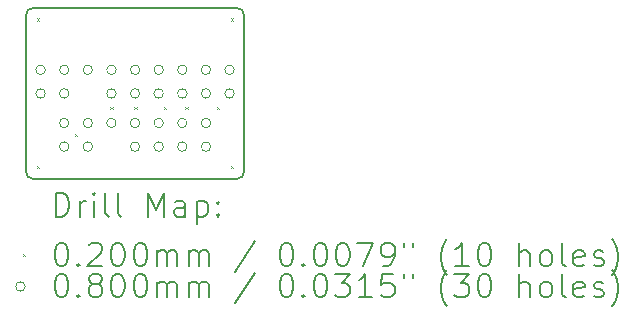
<source format=gbr>
%TF.GenerationSoftware,KiCad,Pcbnew,8.0.6*%
%TF.CreationDate,2024-11-06T21:45:57-05:00*%
%TF.ProjectId,Asus To Asrock,41737573-2054-46f2-9041-73726f636b2e,rev?*%
%TF.SameCoordinates,Original*%
%TF.FileFunction,Drillmap*%
%TF.FilePolarity,Positive*%
%FSLAX45Y45*%
G04 Gerber Fmt 4.5, Leading zero omitted, Abs format (unit mm)*
G04 Created by KiCad (PCBNEW 8.0.6) date 2024-11-06 21:45:57*
%MOMM*%
%LPD*%
G01*
G04 APERTURE LIST*
%ADD10C,0.150000*%
%ADD11C,0.200000*%
%ADD12C,0.100000*%
G04 APERTURE END LIST*
D10*
X15287000Y-10257000D02*
G75*
G02*
X15229000Y-10199000I0J58000D01*
G01*
X17017000Y-8811000D02*
G75*
G02*
X17075000Y-8869000I0J-58000D01*
G01*
X17075000Y-8869000D02*
X17075000Y-10199000D01*
X15287000Y-8811000D02*
X17017000Y-8811000D01*
X17075000Y-10199000D02*
G75*
G02*
X17017000Y-10257000I-58000J0D01*
G01*
X15229000Y-8869000D02*
G75*
G02*
X15287000Y-8811000I58000J0D01*
G01*
X15229000Y-8869000D02*
X15229000Y-10199000D01*
X15287000Y-10257000D02*
X17017000Y-10257000D01*
D11*
D12*
X15321000Y-8898000D02*
X15341000Y-8918000D01*
X15341000Y-8898000D02*
X15321000Y-8918000D01*
X15321000Y-10145000D02*
X15341000Y-10165000D01*
X15341000Y-10145000D02*
X15321000Y-10165000D01*
X15643000Y-9875000D02*
X15663000Y-9895000D01*
X15663000Y-9875000D02*
X15643000Y-9895000D01*
X15942000Y-9649000D02*
X15962000Y-9669000D01*
X15962000Y-9649000D02*
X15942000Y-9669000D01*
X16146000Y-9649000D02*
X16166000Y-9669000D01*
X16166000Y-9649000D02*
X16146000Y-9669000D01*
X16393000Y-9649000D02*
X16413000Y-9669000D01*
X16413000Y-9649000D02*
X16393000Y-9669000D01*
X16576000Y-9649000D02*
X16596000Y-9669000D01*
X16596000Y-9649000D02*
X16576000Y-9669000D01*
X16842000Y-9649000D02*
X16862000Y-9669000D01*
X16862000Y-9649000D02*
X16842000Y-9669000D01*
X16965000Y-8898000D02*
X16985000Y-8918000D01*
X16985000Y-8898000D02*
X16965000Y-8918000D01*
X16965000Y-10145000D02*
X16985000Y-10165000D01*
X16985000Y-10145000D02*
X16965000Y-10165000D01*
X15392000Y-9334000D02*
G75*
G02*
X15312000Y-9334000I-40000J0D01*
G01*
X15312000Y-9334000D02*
G75*
G02*
X15392000Y-9334000I40000J0D01*
G01*
X15392000Y-9534000D02*
G75*
G02*
X15312000Y-9534000I-40000J0D01*
G01*
X15312000Y-9534000D02*
G75*
G02*
X15392000Y-9534000I40000J0D01*
G01*
X15592000Y-9534000D02*
G75*
G02*
X15512000Y-9534000I-40000J0D01*
G01*
X15512000Y-9534000D02*
G75*
G02*
X15592000Y-9534000I40000J0D01*
G01*
X15592000Y-9984000D02*
G75*
G02*
X15512000Y-9984000I-40000J0D01*
G01*
X15512000Y-9984000D02*
G75*
G02*
X15592000Y-9984000I40000J0D01*
G01*
X15592000Y-9334000D02*
G75*
G02*
X15512000Y-9334000I-40000J0D01*
G01*
X15512000Y-9334000D02*
G75*
G02*
X15592000Y-9334000I40000J0D01*
G01*
X15592000Y-9784000D02*
G75*
G02*
X15512000Y-9784000I-40000J0D01*
G01*
X15512000Y-9784000D02*
G75*
G02*
X15592000Y-9784000I40000J0D01*
G01*
X15792000Y-9334000D02*
G75*
G02*
X15712000Y-9334000I-40000J0D01*
G01*
X15712000Y-9334000D02*
G75*
G02*
X15792000Y-9334000I40000J0D01*
G01*
X15792000Y-9784000D02*
G75*
G02*
X15712000Y-9784000I-40000J0D01*
G01*
X15712000Y-9784000D02*
G75*
G02*
X15792000Y-9784000I40000J0D01*
G01*
X15792000Y-9984000D02*
G75*
G02*
X15712000Y-9984000I-40000J0D01*
G01*
X15712000Y-9984000D02*
G75*
G02*
X15792000Y-9984000I40000J0D01*
G01*
X15992000Y-9334000D02*
G75*
G02*
X15912000Y-9334000I-40000J0D01*
G01*
X15912000Y-9334000D02*
G75*
G02*
X15992000Y-9334000I40000J0D01*
G01*
X15992000Y-9534000D02*
G75*
G02*
X15912000Y-9534000I-40000J0D01*
G01*
X15912000Y-9534000D02*
G75*
G02*
X15992000Y-9534000I40000J0D01*
G01*
X15992000Y-9784000D02*
G75*
G02*
X15912000Y-9784000I-40000J0D01*
G01*
X15912000Y-9784000D02*
G75*
G02*
X15992000Y-9784000I40000J0D01*
G01*
X16192000Y-9334000D02*
G75*
G02*
X16112000Y-9334000I-40000J0D01*
G01*
X16112000Y-9334000D02*
G75*
G02*
X16192000Y-9334000I40000J0D01*
G01*
X16192000Y-9534000D02*
G75*
G02*
X16112000Y-9534000I-40000J0D01*
G01*
X16112000Y-9534000D02*
G75*
G02*
X16192000Y-9534000I40000J0D01*
G01*
X16192000Y-9784000D02*
G75*
G02*
X16112000Y-9784000I-40000J0D01*
G01*
X16112000Y-9784000D02*
G75*
G02*
X16192000Y-9784000I40000J0D01*
G01*
X16192000Y-9984000D02*
G75*
G02*
X16112000Y-9984000I-40000J0D01*
G01*
X16112000Y-9984000D02*
G75*
G02*
X16192000Y-9984000I40000J0D01*
G01*
X16392000Y-9984000D02*
G75*
G02*
X16312000Y-9984000I-40000J0D01*
G01*
X16312000Y-9984000D02*
G75*
G02*
X16392000Y-9984000I40000J0D01*
G01*
X16392000Y-9334000D02*
G75*
G02*
X16312000Y-9334000I-40000J0D01*
G01*
X16312000Y-9334000D02*
G75*
G02*
X16392000Y-9334000I40000J0D01*
G01*
X16392000Y-9534000D02*
G75*
G02*
X16312000Y-9534000I-40000J0D01*
G01*
X16312000Y-9534000D02*
G75*
G02*
X16392000Y-9534000I40000J0D01*
G01*
X16392000Y-9784000D02*
G75*
G02*
X16312000Y-9784000I-40000J0D01*
G01*
X16312000Y-9784000D02*
G75*
G02*
X16392000Y-9784000I40000J0D01*
G01*
X16592000Y-9334000D02*
G75*
G02*
X16512000Y-9334000I-40000J0D01*
G01*
X16512000Y-9334000D02*
G75*
G02*
X16592000Y-9334000I40000J0D01*
G01*
X16592000Y-9784000D02*
G75*
G02*
X16512000Y-9784000I-40000J0D01*
G01*
X16512000Y-9784000D02*
G75*
G02*
X16592000Y-9784000I40000J0D01*
G01*
X16592000Y-9534000D02*
G75*
G02*
X16512000Y-9534000I-40000J0D01*
G01*
X16512000Y-9534000D02*
G75*
G02*
X16592000Y-9534000I40000J0D01*
G01*
X16592000Y-9984000D02*
G75*
G02*
X16512000Y-9984000I-40000J0D01*
G01*
X16512000Y-9984000D02*
G75*
G02*
X16592000Y-9984000I40000J0D01*
G01*
X16792000Y-9534000D02*
G75*
G02*
X16712000Y-9534000I-40000J0D01*
G01*
X16712000Y-9534000D02*
G75*
G02*
X16792000Y-9534000I40000J0D01*
G01*
X16792000Y-9334000D02*
G75*
G02*
X16712000Y-9334000I-40000J0D01*
G01*
X16712000Y-9334000D02*
G75*
G02*
X16792000Y-9334000I40000J0D01*
G01*
X16792000Y-9784000D02*
G75*
G02*
X16712000Y-9784000I-40000J0D01*
G01*
X16712000Y-9784000D02*
G75*
G02*
X16792000Y-9784000I40000J0D01*
G01*
X16792000Y-9984000D02*
G75*
G02*
X16712000Y-9984000I-40000J0D01*
G01*
X16712000Y-9984000D02*
G75*
G02*
X16792000Y-9984000I40000J0D01*
G01*
X16992000Y-9334000D02*
G75*
G02*
X16912000Y-9334000I-40000J0D01*
G01*
X16912000Y-9334000D02*
G75*
G02*
X16992000Y-9334000I40000J0D01*
G01*
X16992000Y-9534000D02*
G75*
G02*
X16912000Y-9534000I-40000J0D01*
G01*
X16912000Y-9534000D02*
G75*
G02*
X16992000Y-9534000I40000J0D01*
G01*
D11*
X15482277Y-10575984D02*
X15482277Y-10375984D01*
X15482277Y-10375984D02*
X15529896Y-10375984D01*
X15529896Y-10375984D02*
X15558467Y-10385508D01*
X15558467Y-10385508D02*
X15577515Y-10404555D01*
X15577515Y-10404555D02*
X15587039Y-10423603D01*
X15587039Y-10423603D02*
X15596562Y-10461698D01*
X15596562Y-10461698D02*
X15596562Y-10490270D01*
X15596562Y-10490270D02*
X15587039Y-10528365D01*
X15587039Y-10528365D02*
X15577515Y-10547412D01*
X15577515Y-10547412D02*
X15558467Y-10566460D01*
X15558467Y-10566460D02*
X15529896Y-10575984D01*
X15529896Y-10575984D02*
X15482277Y-10575984D01*
X15682277Y-10575984D02*
X15682277Y-10442650D01*
X15682277Y-10480746D02*
X15691801Y-10461698D01*
X15691801Y-10461698D02*
X15701324Y-10452174D01*
X15701324Y-10452174D02*
X15720372Y-10442650D01*
X15720372Y-10442650D02*
X15739420Y-10442650D01*
X15806086Y-10575984D02*
X15806086Y-10442650D01*
X15806086Y-10375984D02*
X15796562Y-10385508D01*
X15796562Y-10385508D02*
X15806086Y-10395031D01*
X15806086Y-10395031D02*
X15815610Y-10385508D01*
X15815610Y-10385508D02*
X15806086Y-10375984D01*
X15806086Y-10375984D02*
X15806086Y-10395031D01*
X15929896Y-10575984D02*
X15910848Y-10566460D01*
X15910848Y-10566460D02*
X15901324Y-10547412D01*
X15901324Y-10547412D02*
X15901324Y-10375984D01*
X16034658Y-10575984D02*
X16015610Y-10566460D01*
X16015610Y-10566460D02*
X16006086Y-10547412D01*
X16006086Y-10547412D02*
X16006086Y-10375984D01*
X16263229Y-10575984D02*
X16263229Y-10375984D01*
X16263229Y-10375984D02*
X16329896Y-10518841D01*
X16329896Y-10518841D02*
X16396562Y-10375984D01*
X16396562Y-10375984D02*
X16396562Y-10575984D01*
X16577515Y-10575984D02*
X16577515Y-10471222D01*
X16577515Y-10471222D02*
X16567991Y-10452174D01*
X16567991Y-10452174D02*
X16548943Y-10442650D01*
X16548943Y-10442650D02*
X16510848Y-10442650D01*
X16510848Y-10442650D02*
X16491801Y-10452174D01*
X16577515Y-10566460D02*
X16558467Y-10575984D01*
X16558467Y-10575984D02*
X16510848Y-10575984D01*
X16510848Y-10575984D02*
X16491801Y-10566460D01*
X16491801Y-10566460D02*
X16482277Y-10547412D01*
X16482277Y-10547412D02*
X16482277Y-10528365D01*
X16482277Y-10528365D02*
X16491801Y-10509317D01*
X16491801Y-10509317D02*
X16510848Y-10499793D01*
X16510848Y-10499793D02*
X16558467Y-10499793D01*
X16558467Y-10499793D02*
X16577515Y-10490270D01*
X16672753Y-10442650D02*
X16672753Y-10642650D01*
X16672753Y-10452174D02*
X16691801Y-10442650D01*
X16691801Y-10442650D02*
X16729896Y-10442650D01*
X16729896Y-10442650D02*
X16748943Y-10452174D01*
X16748943Y-10452174D02*
X16758467Y-10461698D01*
X16758467Y-10461698D02*
X16767991Y-10480746D01*
X16767991Y-10480746D02*
X16767991Y-10537889D01*
X16767991Y-10537889D02*
X16758467Y-10556936D01*
X16758467Y-10556936D02*
X16748943Y-10566460D01*
X16748943Y-10566460D02*
X16729896Y-10575984D01*
X16729896Y-10575984D02*
X16691801Y-10575984D01*
X16691801Y-10575984D02*
X16672753Y-10566460D01*
X16853705Y-10556936D02*
X16863229Y-10566460D01*
X16863229Y-10566460D02*
X16853705Y-10575984D01*
X16853705Y-10575984D02*
X16844182Y-10566460D01*
X16844182Y-10566460D02*
X16853705Y-10556936D01*
X16853705Y-10556936D02*
X16853705Y-10575984D01*
X16853705Y-10452174D02*
X16863229Y-10461698D01*
X16863229Y-10461698D02*
X16853705Y-10471222D01*
X16853705Y-10471222D02*
X16844182Y-10461698D01*
X16844182Y-10461698D02*
X16853705Y-10452174D01*
X16853705Y-10452174D02*
X16853705Y-10471222D01*
D12*
X15201500Y-10894500D02*
X15221500Y-10914500D01*
X15221500Y-10894500D02*
X15201500Y-10914500D01*
D11*
X15520372Y-10795984D02*
X15539420Y-10795984D01*
X15539420Y-10795984D02*
X15558467Y-10805508D01*
X15558467Y-10805508D02*
X15567991Y-10815031D01*
X15567991Y-10815031D02*
X15577515Y-10834079D01*
X15577515Y-10834079D02*
X15587039Y-10872174D01*
X15587039Y-10872174D02*
X15587039Y-10919793D01*
X15587039Y-10919793D02*
X15577515Y-10957889D01*
X15577515Y-10957889D02*
X15567991Y-10976936D01*
X15567991Y-10976936D02*
X15558467Y-10986460D01*
X15558467Y-10986460D02*
X15539420Y-10995984D01*
X15539420Y-10995984D02*
X15520372Y-10995984D01*
X15520372Y-10995984D02*
X15501324Y-10986460D01*
X15501324Y-10986460D02*
X15491801Y-10976936D01*
X15491801Y-10976936D02*
X15482277Y-10957889D01*
X15482277Y-10957889D02*
X15472753Y-10919793D01*
X15472753Y-10919793D02*
X15472753Y-10872174D01*
X15472753Y-10872174D02*
X15482277Y-10834079D01*
X15482277Y-10834079D02*
X15491801Y-10815031D01*
X15491801Y-10815031D02*
X15501324Y-10805508D01*
X15501324Y-10805508D02*
X15520372Y-10795984D01*
X15672753Y-10976936D02*
X15682277Y-10986460D01*
X15682277Y-10986460D02*
X15672753Y-10995984D01*
X15672753Y-10995984D02*
X15663229Y-10986460D01*
X15663229Y-10986460D02*
X15672753Y-10976936D01*
X15672753Y-10976936D02*
X15672753Y-10995984D01*
X15758467Y-10815031D02*
X15767991Y-10805508D01*
X15767991Y-10805508D02*
X15787039Y-10795984D01*
X15787039Y-10795984D02*
X15834658Y-10795984D01*
X15834658Y-10795984D02*
X15853705Y-10805508D01*
X15853705Y-10805508D02*
X15863229Y-10815031D01*
X15863229Y-10815031D02*
X15872753Y-10834079D01*
X15872753Y-10834079D02*
X15872753Y-10853127D01*
X15872753Y-10853127D02*
X15863229Y-10881698D01*
X15863229Y-10881698D02*
X15748943Y-10995984D01*
X15748943Y-10995984D02*
X15872753Y-10995984D01*
X15996562Y-10795984D02*
X16015610Y-10795984D01*
X16015610Y-10795984D02*
X16034658Y-10805508D01*
X16034658Y-10805508D02*
X16044182Y-10815031D01*
X16044182Y-10815031D02*
X16053705Y-10834079D01*
X16053705Y-10834079D02*
X16063229Y-10872174D01*
X16063229Y-10872174D02*
X16063229Y-10919793D01*
X16063229Y-10919793D02*
X16053705Y-10957889D01*
X16053705Y-10957889D02*
X16044182Y-10976936D01*
X16044182Y-10976936D02*
X16034658Y-10986460D01*
X16034658Y-10986460D02*
X16015610Y-10995984D01*
X16015610Y-10995984D02*
X15996562Y-10995984D01*
X15996562Y-10995984D02*
X15977515Y-10986460D01*
X15977515Y-10986460D02*
X15967991Y-10976936D01*
X15967991Y-10976936D02*
X15958467Y-10957889D01*
X15958467Y-10957889D02*
X15948943Y-10919793D01*
X15948943Y-10919793D02*
X15948943Y-10872174D01*
X15948943Y-10872174D02*
X15958467Y-10834079D01*
X15958467Y-10834079D02*
X15967991Y-10815031D01*
X15967991Y-10815031D02*
X15977515Y-10805508D01*
X15977515Y-10805508D02*
X15996562Y-10795984D01*
X16187039Y-10795984D02*
X16206086Y-10795984D01*
X16206086Y-10795984D02*
X16225134Y-10805508D01*
X16225134Y-10805508D02*
X16234658Y-10815031D01*
X16234658Y-10815031D02*
X16244182Y-10834079D01*
X16244182Y-10834079D02*
X16253705Y-10872174D01*
X16253705Y-10872174D02*
X16253705Y-10919793D01*
X16253705Y-10919793D02*
X16244182Y-10957889D01*
X16244182Y-10957889D02*
X16234658Y-10976936D01*
X16234658Y-10976936D02*
X16225134Y-10986460D01*
X16225134Y-10986460D02*
X16206086Y-10995984D01*
X16206086Y-10995984D02*
X16187039Y-10995984D01*
X16187039Y-10995984D02*
X16167991Y-10986460D01*
X16167991Y-10986460D02*
X16158467Y-10976936D01*
X16158467Y-10976936D02*
X16148943Y-10957889D01*
X16148943Y-10957889D02*
X16139420Y-10919793D01*
X16139420Y-10919793D02*
X16139420Y-10872174D01*
X16139420Y-10872174D02*
X16148943Y-10834079D01*
X16148943Y-10834079D02*
X16158467Y-10815031D01*
X16158467Y-10815031D02*
X16167991Y-10805508D01*
X16167991Y-10805508D02*
X16187039Y-10795984D01*
X16339420Y-10995984D02*
X16339420Y-10862650D01*
X16339420Y-10881698D02*
X16348943Y-10872174D01*
X16348943Y-10872174D02*
X16367991Y-10862650D01*
X16367991Y-10862650D02*
X16396563Y-10862650D01*
X16396563Y-10862650D02*
X16415610Y-10872174D01*
X16415610Y-10872174D02*
X16425134Y-10891222D01*
X16425134Y-10891222D02*
X16425134Y-10995984D01*
X16425134Y-10891222D02*
X16434658Y-10872174D01*
X16434658Y-10872174D02*
X16453705Y-10862650D01*
X16453705Y-10862650D02*
X16482277Y-10862650D01*
X16482277Y-10862650D02*
X16501324Y-10872174D01*
X16501324Y-10872174D02*
X16510848Y-10891222D01*
X16510848Y-10891222D02*
X16510848Y-10995984D01*
X16606086Y-10995984D02*
X16606086Y-10862650D01*
X16606086Y-10881698D02*
X16615610Y-10872174D01*
X16615610Y-10872174D02*
X16634658Y-10862650D01*
X16634658Y-10862650D02*
X16663229Y-10862650D01*
X16663229Y-10862650D02*
X16682277Y-10872174D01*
X16682277Y-10872174D02*
X16691801Y-10891222D01*
X16691801Y-10891222D02*
X16691801Y-10995984D01*
X16691801Y-10891222D02*
X16701324Y-10872174D01*
X16701324Y-10872174D02*
X16720372Y-10862650D01*
X16720372Y-10862650D02*
X16748943Y-10862650D01*
X16748943Y-10862650D02*
X16767991Y-10872174D01*
X16767991Y-10872174D02*
X16777515Y-10891222D01*
X16777515Y-10891222D02*
X16777515Y-10995984D01*
X17167991Y-10786460D02*
X16996563Y-11043603D01*
X17425134Y-10795984D02*
X17444182Y-10795984D01*
X17444182Y-10795984D02*
X17463229Y-10805508D01*
X17463229Y-10805508D02*
X17472753Y-10815031D01*
X17472753Y-10815031D02*
X17482277Y-10834079D01*
X17482277Y-10834079D02*
X17491801Y-10872174D01*
X17491801Y-10872174D02*
X17491801Y-10919793D01*
X17491801Y-10919793D02*
X17482277Y-10957889D01*
X17482277Y-10957889D02*
X17472753Y-10976936D01*
X17472753Y-10976936D02*
X17463229Y-10986460D01*
X17463229Y-10986460D02*
X17444182Y-10995984D01*
X17444182Y-10995984D02*
X17425134Y-10995984D01*
X17425134Y-10995984D02*
X17406087Y-10986460D01*
X17406087Y-10986460D02*
X17396563Y-10976936D01*
X17396563Y-10976936D02*
X17387039Y-10957889D01*
X17387039Y-10957889D02*
X17377515Y-10919793D01*
X17377515Y-10919793D02*
X17377515Y-10872174D01*
X17377515Y-10872174D02*
X17387039Y-10834079D01*
X17387039Y-10834079D02*
X17396563Y-10815031D01*
X17396563Y-10815031D02*
X17406087Y-10805508D01*
X17406087Y-10805508D02*
X17425134Y-10795984D01*
X17577515Y-10976936D02*
X17587039Y-10986460D01*
X17587039Y-10986460D02*
X17577515Y-10995984D01*
X17577515Y-10995984D02*
X17567991Y-10986460D01*
X17567991Y-10986460D02*
X17577515Y-10976936D01*
X17577515Y-10976936D02*
X17577515Y-10995984D01*
X17710848Y-10795984D02*
X17729896Y-10795984D01*
X17729896Y-10795984D02*
X17748944Y-10805508D01*
X17748944Y-10805508D02*
X17758468Y-10815031D01*
X17758468Y-10815031D02*
X17767991Y-10834079D01*
X17767991Y-10834079D02*
X17777515Y-10872174D01*
X17777515Y-10872174D02*
X17777515Y-10919793D01*
X17777515Y-10919793D02*
X17767991Y-10957889D01*
X17767991Y-10957889D02*
X17758468Y-10976936D01*
X17758468Y-10976936D02*
X17748944Y-10986460D01*
X17748944Y-10986460D02*
X17729896Y-10995984D01*
X17729896Y-10995984D02*
X17710848Y-10995984D01*
X17710848Y-10995984D02*
X17691801Y-10986460D01*
X17691801Y-10986460D02*
X17682277Y-10976936D01*
X17682277Y-10976936D02*
X17672753Y-10957889D01*
X17672753Y-10957889D02*
X17663229Y-10919793D01*
X17663229Y-10919793D02*
X17663229Y-10872174D01*
X17663229Y-10872174D02*
X17672753Y-10834079D01*
X17672753Y-10834079D02*
X17682277Y-10815031D01*
X17682277Y-10815031D02*
X17691801Y-10805508D01*
X17691801Y-10805508D02*
X17710848Y-10795984D01*
X17901325Y-10795984D02*
X17920372Y-10795984D01*
X17920372Y-10795984D02*
X17939420Y-10805508D01*
X17939420Y-10805508D02*
X17948944Y-10815031D01*
X17948944Y-10815031D02*
X17958468Y-10834079D01*
X17958468Y-10834079D02*
X17967991Y-10872174D01*
X17967991Y-10872174D02*
X17967991Y-10919793D01*
X17967991Y-10919793D02*
X17958468Y-10957889D01*
X17958468Y-10957889D02*
X17948944Y-10976936D01*
X17948944Y-10976936D02*
X17939420Y-10986460D01*
X17939420Y-10986460D02*
X17920372Y-10995984D01*
X17920372Y-10995984D02*
X17901325Y-10995984D01*
X17901325Y-10995984D02*
X17882277Y-10986460D01*
X17882277Y-10986460D02*
X17872753Y-10976936D01*
X17872753Y-10976936D02*
X17863229Y-10957889D01*
X17863229Y-10957889D02*
X17853706Y-10919793D01*
X17853706Y-10919793D02*
X17853706Y-10872174D01*
X17853706Y-10872174D02*
X17863229Y-10834079D01*
X17863229Y-10834079D02*
X17872753Y-10815031D01*
X17872753Y-10815031D02*
X17882277Y-10805508D01*
X17882277Y-10805508D02*
X17901325Y-10795984D01*
X18034658Y-10795984D02*
X18167991Y-10795984D01*
X18167991Y-10795984D02*
X18082277Y-10995984D01*
X18253706Y-10995984D02*
X18291801Y-10995984D01*
X18291801Y-10995984D02*
X18310849Y-10986460D01*
X18310849Y-10986460D02*
X18320372Y-10976936D01*
X18320372Y-10976936D02*
X18339420Y-10948365D01*
X18339420Y-10948365D02*
X18348944Y-10910270D01*
X18348944Y-10910270D02*
X18348944Y-10834079D01*
X18348944Y-10834079D02*
X18339420Y-10815031D01*
X18339420Y-10815031D02*
X18329896Y-10805508D01*
X18329896Y-10805508D02*
X18310849Y-10795984D01*
X18310849Y-10795984D02*
X18272753Y-10795984D01*
X18272753Y-10795984D02*
X18253706Y-10805508D01*
X18253706Y-10805508D02*
X18244182Y-10815031D01*
X18244182Y-10815031D02*
X18234658Y-10834079D01*
X18234658Y-10834079D02*
X18234658Y-10881698D01*
X18234658Y-10881698D02*
X18244182Y-10900746D01*
X18244182Y-10900746D02*
X18253706Y-10910270D01*
X18253706Y-10910270D02*
X18272753Y-10919793D01*
X18272753Y-10919793D02*
X18310849Y-10919793D01*
X18310849Y-10919793D02*
X18329896Y-10910270D01*
X18329896Y-10910270D02*
X18339420Y-10900746D01*
X18339420Y-10900746D02*
X18348944Y-10881698D01*
X18425134Y-10795984D02*
X18425134Y-10834079D01*
X18501325Y-10795984D02*
X18501325Y-10834079D01*
X18796563Y-11072174D02*
X18787039Y-11062650D01*
X18787039Y-11062650D02*
X18767991Y-11034079D01*
X18767991Y-11034079D02*
X18758468Y-11015031D01*
X18758468Y-11015031D02*
X18748944Y-10986460D01*
X18748944Y-10986460D02*
X18739420Y-10938841D01*
X18739420Y-10938841D02*
X18739420Y-10900746D01*
X18739420Y-10900746D02*
X18748944Y-10853127D01*
X18748944Y-10853127D02*
X18758468Y-10824555D01*
X18758468Y-10824555D02*
X18767991Y-10805508D01*
X18767991Y-10805508D02*
X18787039Y-10776936D01*
X18787039Y-10776936D02*
X18796563Y-10767412D01*
X18977515Y-10995984D02*
X18863230Y-10995984D01*
X18920372Y-10995984D02*
X18920372Y-10795984D01*
X18920372Y-10795984D02*
X18901325Y-10824555D01*
X18901325Y-10824555D02*
X18882277Y-10843603D01*
X18882277Y-10843603D02*
X18863230Y-10853127D01*
X19101325Y-10795984D02*
X19120372Y-10795984D01*
X19120372Y-10795984D02*
X19139420Y-10805508D01*
X19139420Y-10805508D02*
X19148944Y-10815031D01*
X19148944Y-10815031D02*
X19158468Y-10834079D01*
X19158468Y-10834079D02*
X19167991Y-10872174D01*
X19167991Y-10872174D02*
X19167991Y-10919793D01*
X19167991Y-10919793D02*
X19158468Y-10957889D01*
X19158468Y-10957889D02*
X19148944Y-10976936D01*
X19148944Y-10976936D02*
X19139420Y-10986460D01*
X19139420Y-10986460D02*
X19120372Y-10995984D01*
X19120372Y-10995984D02*
X19101325Y-10995984D01*
X19101325Y-10995984D02*
X19082277Y-10986460D01*
X19082277Y-10986460D02*
X19072753Y-10976936D01*
X19072753Y-10976936D02*
X19063230Y-10957889D01*
X19063230Y-10957889D02*
X19053706Y-10919793D01*
X19053706Y-10919793D02*
X19053706Y-10872174D01*
X19053706Y-10872174D02*
X19063230Y-10834079D01*
X19063230Y-10834079D02*
X19072753Y-10815031D01*
X19072753Y-10815031D02*
X19082277Y-10805508D01*
X19082277Y-10805508D02*
X19101325Y-10795984D01*
X19406087Y-10995984D02*
X19406087Y-10795984D01*
X19491801Y-10995984D02*
X19491801Y-10891222D01*
X19491801Y-10891222D02*
X19482277Y-10872174D01*
X19482277Y-10872174D02*
X19463230Y-10862650D01*
X19463230Y-10862650D02*
X19434658Y-10862650D01*
X19434658Y-10862650D02*
X19415611Y-10872174D01*
X19415611Y-10872174D02*
X19406087Y-10881698D01*
X19615611Y-10995984D02*
X19596563Y-10986460D01*
X19596563Y-10986460D02*
X19587039Y-10976936D01*
X19587039Y-10976936D02*
X19577515Y-10957889D01*
X19577515Y-10957889D02*
X19577515Y-10900746D01*
X19577515Y-10900746D02*
X19587039Y-10881698D01*
X19587039Y-10881698D02*
X19596563Y-10872174D01*
X19596563Y-10872174D02*
X19615611Y-10862650D01*
X19615611Y-10862650D02*
X19644182Y-10862650D01*
X19644182Y-10862650D02*
X19663230Y-10872174D01*
X19663230Y-10872174D02*
X19672753Y-10881698D01*
X19672753Y-10881698D02*
X19682277Y-10900746D01*
X19682277Y-10900746D02*
X19682277Y-10957889D01*
X19682277Y-10957889D02*
X19672753Y-10976936D01*
X19672753Y-10976936D02*
X19663230Y-10986460D01*
X19663230Y-10986460D02*
X19644182Y-10995984D01*
X19644182Y-10995984D02*
X19615611Y-10995984D01*
X19796563Y-10995984D02*
X19777515Y-10986460D01*
X19777515Y-10986460D02*
X19767992Y-10967412D01*
X19767992Y-10967412D02*
X19767992Y-10795984D01*
X19948944Y-10986460D02*
X19929896Y-10995984D01*
X19929896Y-10995984D02*
X19891801Y-10995984D01*
X19891801Y-10995984D02*
X19872753Y-10986460D01*
X19872753Y-10986460D02*
X19863230Y-10967412D01*
X19863230Y-10967412D02*
X19863230Y-10891222D01*
X19863230Y-10891222D02*
X19872753Y-10872174D01*
X19872753Y-10872174D02*
X19891801Y-10862650D01*
X19891801Y-10862650D02*
X19929896Y-10862650D01*
X19929896Y-10862650D02*
X19948944Y-10872174D01*
X19948944Y-10872174D02*
X19958468Y-10891222D01*
X19958468Y-10891222D02*
X19958468Y-10910270D01*
X19958468Y-10910270D02*
X19863230Y-10929317D01*
X20034658Y-10986460D02*
X20053706Y-10995984D01*
X20053706Y-10995984D02*
X20091801Y-10995984D01*
X20091801Y-10995984D02*
X20110849Y-10986460D01*
X20110849Y-10986460D02*
X20120373Y-10967412D01*
X20120373Y-10967412D02*
X20120373Y-10957889D01*
X20120373Y-10957889D02*
X20110849Y-10938841D01*
X20110849Y-10938841D02*
X20091801Y-10929317D01*
X20091801Y-10929317D02*
X20063230Y-10929317D01*
X20063230Y-10929317D02*
X20044182Y-10919793D01*
X20044182Y-10919793D02*
X20034658Y-10900746D01*
X20034658Y-10900746D02*
X20034658Y-10891222D01*
X20034658Y-10891222D02*
X20044182Y-10872174D01*
X20044182Y-10872174D02*
X20063230Y-10862650D01*
X20063230Y-10862650D02*
X20091801Y-10862650D01*
X20091801Y-10862650D02*
X20110849Y-10872174D01*
X20187039Y-11072174D02*
X20196563Y-11062650D01*
X20196563Y-11062650D02*
X20215611Y-11034079D01*
X20215611Y-11034079D02*
X20225134Y-11015031D01*
X20225134Y-11015031D02*
X20234658Y-10986460D01*
X20234658Y-10986460D02*
X20244182Y-10938841D01*
X20244182Y-10938841D02*
X20244182Y-10900746D01*
X20244182Y-10900746D02*
X20234658Y-10853127D01*
X20234658Y-10853127D02*
X20225134Y-10824555D01*
X20225134Y-10824555D02*
X20215611Y-10805508D01*
X20215611Y-10805508D02*
X20196563Y-10776936D01*
X20196563Y-10776936D02*
X20187039Y-10767412D01*
D12*
X15221500Y-11168500D02*
G75*
G02*
X15141500Y-11168500I-40000J0D01*
G01*
X15141500Y-11168500D02*
G75*
G02*
X15221500Y-11168500I40000J0D01*
G01*
D11*
X15520372Y-11059984D02*
X15539420Y-11059984D01*
X15539420Y-11059984D02*
X15558467Y-11069508D01*
X15558467Y-11069508D02*
X15567991Y-11079031D01*
X15567991Y-11079031D02*
X15577515Y-11098079D01*
X15577515Y-11098079D02*
X15587039Y-11136174D01*
X15587039Y-11136174D02*
X15587039Y-11183793D01*
X15587039Y-11183793D02*
X15577515Y-11221888D01*
X15577515Y-11221888D02*
X15567991Y-11240936D01*
X15567991Y-11240936D02*
X15558467Y-11250460D01*
X15558467Y-11250460D02*
X15539420Y-11259984D01*
X15539420Y-11259984D02*
X15520372Y-11259984D01*
X15520372Y-11259984D02*
X15501324Y-11250460D01*
X15501324Y-11250460D02*
X15491801Y-11240936D01*
X15491801Y-11240936D02*
X15482277Y-11221888D01*
X15482277Y-11221888D02*
X15472753Y-11183793D01*
X15472753Y-11183793D02*
X15472753Y-11136174D01*
X15472753Y-11136174D02*
X15482277Y-11098079D01*
X15482277Y-11098079D02*
X15491801Y-11079031D01*
X15491801Y-11079031D02*
X15501324Y-11069508D01*
X15501324Y-11069508D02*
X15520372Y-11059984D01*
X15672753Y-11240936D02*
X15682277Y-11250460D01*
X15682277Y-11250460D02*
X15672753Y-11259984D01*
X15672753Y-11259984D02*
X15663229Y-11250460D01*
X15663229Y-11250460D02*
X15672753Y-11240936D01*
X15672753Y-11240936D02*
X15672753Y-11259984D01*
X15796562Y-11145698D02*
X15777515Y-11136174D01*
X15777515Y-11136174D02*
X15767991Y-11126650D01*
X15767991Y-11126650D02*
X15758467Y-11107603D01*
X15758467Y-11107603D02*
X15758467Y-11098079D01*
X15758467Y-11098079D02*
X15767991Y-11079031D01*
X15767991Y-11079031D02*
X15777515Y-11069508D01*
X15777515Y-11069508D02*
X15796562Y-11059984D01*
X15796562Y-11059984D02*
X15834658Y-11059984D01*
X15834658Y-11059984D02*
X15853705Y-11069508D01*
X15853705Y-11069508D02*
X15863229Y-11079031D01*
X15863229Y-11079031D02*
X15872753Y-11098079D01*
X15872753Y-11098079D02*
X15872753Y-11107603D01*
X15872753Y-11107603D02*
X15863229Y-11126650D01*
X15863229Y-11126650D02*
X15853705Y-11136174D01*
X15853705Y-11136174D02*
X15834658Y-11145698D01*
X15834658Y-11145698D02*
X15796562Y-11145698D01*
X15796562Y-11145698D02*
X15777515Y-11155222D01*
X15777515Y-11155222D02*
X15767991Y-11164746D01*
X15767991Y-11164746D02*
X15758467Y-11183793D01*
X15758467Y-11183793D02*
X15758467Y-11221888D01*
X15758467Y-11221888D02*
X15767991Y-11240936D01*
X15767991Y-11240936D02*
X15777515Y-11250460D01*
X15777515Y-11250460D02*
X15796562Y-11259984D01*
X15796562Y-11259984D02*
X15834658Y-11259984D01*
X15834658Y-11259984D02*
X15853705Y-11250460D01*
X15853705Y-11250460D02*
X15863229Y-11240936D01*
X15863229Y-11240936D02*
X15872753Y-11221888D01*
X15872753Y-11221888D02*
X15872753Y-11183793D01*
X15872753Y-11183793D02*
X15863229Y-11164746D01*
X15863229Y-11164746D02*
X15853705Y-11155222D01*
X15853705Y-11155222D02*
X15834658Y-11145698D01*
X15996562Y-11059984D02*
X16015610Y-11059984D01*
X16015610Y-11059984D02*
X16034658Y-11069508D01*
X16034658Y-11069508D02*
X16044182Y-11079031D01*
X16044182Y-11079031D02*
X16053705Y-11098079D01*
X16053705Y-11098079D02*
X16063229Y-11136174D01*
X16063229Y-11136174D02*
X16063229Y-11183793D01*
X16063229Y-11183793D02*
X16053705Y-11221888D01*
X16053705Y-11221888D02*
X16044182Y-11240936D01*
X16044182Y-11240936D02*
X16034658Y-11250460D01*
X16034658Y-11250460D02*
X16015610Y-11259984D01*
X16015610Y-11259984D02*
X15996562Y-11259984D01*
X15996562Y-11259984D02*
X15977515Y-11250460D01*
X15977515Y-11250460D02*
X15967991Y-11240936D01*
X15967991Y-11240936D02*
X15958467Y-11221888D01*
X15958467Y-11221888D02*
X15948943Y-11183793D01*
X15948943Y-11183793D02*
X15948943Y-11136174D01*
X15948943Y-11136174D02*
X15958467Y-11098079D01*
X15958467Y-11098079D02*
X15967991Y-11079031D01*
X15967991Y-11079031D02*
X15977515Y-11069508D01*
X15977515Y-11069508D02*
X15996562Y-11059984D01*
X16187039Y-11059984D02*
X16206086Y-11059984D01*
X16206086Y-11059984D02*
X16225134Y-11069508D01*
X16225134Y-11069508D02*
X16234658Y-11079031D01*
X16234658Y-11079031D02*
X16244182Y-11098079D01*
X16244182Y-11098079D02*
X16253705Y-11136174D01*
X16253705Y-11136174D02*
X16253705Y-11183793D01*
X16253705Y-11183793D02*
X16244182Y-11221888D01*
X16244182Y-11221888D02*
X16234658Y-11240936D01*
X16234658Y-11240936D02*
X16225134Y-11250460D01*
X16225134Y-11250460D02*
X16206086Y-11259984D01*
X16206086Y-11259984D02*
X16187039Y-11259984D01*
X16187039Y-11259984D02*
X16167991Y-11250460D01*
X16167991Y-11250460D02*
X16158467Y-11240936D01*
X16158467Y-11240936D02*
X16148943Y-11221888D01*
X16148943Y-11221888D02*
X16139420Y-11183793D01*
X16139420Y-11183793D02*
X16139420Y-11136174D01*
X16139420Y-11136174D02*
X16148943Y-11098079D01*
X16148943Y-11098079D02*
X16158467Y-11079031D01*
X16158467Y-11079031D02*
X16167991Y-11069508D01*
X16167991Y-11069508D02*
X16187039Y-11059984D01*
X16339420Y-11259984D02*
X16339420Y-11126650D01*
X16339420Y-11145698D02*
X16348943Y-11136174D01*
X16348943Y-11136174D02*
X16367991Y-11126650D01*
X16367991Y-11126650D02*
X16396563Y-11126650D01*
X16396563Y-11126650D02*
X16415610Y-11136174D01*
X16415610Y-11136174D02*
X16425134Y-11155222D01*
X16425134Y-11155222D02*
X16425134Y-11259984D01*
X16425134Y-11155222D02*
X16434658Y-11136174D01*
X16434658Y-11136174D02*
X16453705Y-11126650D01*
X16453705Y-11126650D02*
X16482277Y-11126650D01*
X16482277Y-11126650D02*
X16501324Y-11136174D01*
X16501324Y-11136174D02*
X16510848Y-11155222D01*
X16510848Y-11155222D02*
X16510848Y-11259984D01*
X16606086Y-11259984D02*
X16606086Y-11126650D01*
X16606086Y-11145698D02*
X16615610Y-11136174D01*
X16615610Y-11136174D02*
X16634658Y-11126650D01*
X16634658Y-11126650D02*
X16663229Y-11126650D01*
X16663229Y-11126650D02*
X16682277Y-11136174D01*
X16682277Y-11136174D02*
X16691801Y-11155222D01*
X16691801Y-11155222D02*
X16691801Y-11259984D01*
X16691801Y-11155222D02*
X16701324Y-11136174D01*
X16701324Y-11136174D02*
X16720372Y-11126650D01*
X16720372Y-11126650D02*
X16748943Y-11126650D01*
X16748943Y-11126650D02*
X16767991Y-11136174D01*
X16767991Y-11136174D02*
X16777515Y-11155222D01*
X16777515Y-11155222D02*
X16777515Y-11259984D01*
X17167991Y-11050460D02*
X16996563Y-11307603D01*
X17425134Y-11059984D02*
X17444182Y-11059984D01*
X17444182Y-11059984D02*
X17463229Y-11069508D01*
X17463229Y-11069508D02*
X17472753Y-11079031D01*
X17472753Y-11079031D02*
X17482277Y-11098079D01*
X17482277Y-11098079D02*
X17491801Y-11136174D01*
X17491801Y-11136174D02*
X17491801Y-11183793D01*
X17491801Y-11183793D02*
X17482277Y-11221888D01*
X17482277Y-11221888D02*
X17472753Y-11240936D01*
X17472753Y-11240936D02*
X17463229Y-11250460D01*
X17463229Y-11250460D02*
X17444182Y-11259984D01*
X17444182Y-11259984D02*
X17425134Y-11259984D01*
X17425134Y-11259984D02*
X17406087Y-11250460D01*
X17406087Y-11250460D02*
X17396563Y-11240936D01*
X17396563Y-11240936D02*
X17387039Y-11221888D01*
X17387039Y-11221888D02*
X17377515Y-11183793D01*
X17377515Y-11183793D02*
X17377515Y-11136174D01*
X17377515Y-11136174D02*
X17387039Y-11098079D01*
X17387039Y-11098079D02*
X17396563Y-11079031D01*
X17396563Y-11079031D02*
X17406087Y-11069508D01*
X17406087Y-11069508D02*
X17425134Y-11059984D01*
X17577515Y-11240936D02*
X17587039Y-11250460D01*
X17587039Y-11250460D02*
X17577515Y-11259984D01*
X17577515Y-11259984D02*
X17567991Y-11250460D01*
X17567991Y-11250460D02*
X17577515Y-11240936D01*
X17577515Y-11240936D02*
X17577515Y-11259984D01*
X17710848Y-11059984D02*
X17729896Y-11059984D01*
X17729896Y-11059984D02*
X17748944Y-11069508D01*
X17748944Y-11069508D02*
X17758468Y-11079031D01*
X17758468Y-11079031D02*
X17767991Y-11098079D01*
X17767991Y-11098079D02*
X17777515Y-11136174D01*
X17777515Y-11136174D02*
X17777515Y-11183793D01*
X17777515Y-11183793D02*
X17767991Y-11221888D01*
X17767991Y-11221888D02*
X17758468Y-11240936D01*
X17758468Y-11240936D02*
X17748944Y-11250460D01*
X17748944Y-11250460D02*
X17729896Y-11259984D01*
X17729896Y-11259984D02*
X17710848Y-11259984D01*
X17710848Y-11259984D02*
X17691801Y-11250460D01*
X17691801Y-11250460D02*
X17682277Y-11240936D01*
X17682277Y-11240936D02*
X17672753Y-11221888D01*
X17672753Y-11221888D02*
X17663229Y-11183793D01*
X17663229Y-11183793D02*
X17663229Y-11136174D01*
X17663229Y-11136174D02*
X17672753Y-11098079D01*
X17672753Y-11098079D02*
X17682277Y-11079031D01*
X17682277Y-11079031D02*
X17691801Y-11069508D01*
X17691801Y-11069508D02*
X17710848Y-11059984D01*
X17844182Y-11059984D02*
X17967991Y-11059984D01*
X17967991Y-11059984D02*
X17901325Y-11136174D01*
X17901325Y-11136174D02*
X17929896Y-11136174D01*
X17929896Y-11136174D02*
X17948944Y-11145698D01*
X17948944Y-11145698D02*
X17958468Y-11155222D01*
X17958468Y-11155222D02*
X17967991Y-11174270D01*
X17967991Y-11174270D02*
X17967991Y-11221888D01*
X17967991Y-11221888D02*
X17958468Y-11240936D01*
X17958468Y-11240936D02*
X17948944Y-11250460D01*
X17948944Y-11250460D02*
X17929896Y-11259984D01*
X17929896Y-11259984D02*
X17872753Y-11259984D01*
X17872753Y-11259984D02*
X17853706Y-11250460D01*
X17853706Y-11250460D02*
X17844182Y-11240936D01*
X18158468Y-11259984D02*
X18044182Y-11259984D01*
X18101325Y-11259984D02*
X18101325Y-11059984D01*
X18101325Y-11059984D02*
X18082277Y-11088555D01*
X18082277Y-11088555D02*
X18063229Y-11107603D01*
X18063229Y-11107603D02*
X18044182Y-11117127D01*
X18339420Y-11059984D02*
X18244182Y-11059984D01*
X18244182Y-11059984D02*
X18234658Y-11155222D01*
X18234658Y-11155222D02*
X18244182Y-11145698D01*
X18244182Y-11145698D02*
X18263229Y-11136174D01*
X18263229Y-11136174D02*
X18310849Y-11136174D01*
X18310849Y-11136174D02*
X18329896Y-11145698D01*
X18329896Y-11145698D02*
X18339420Y-11155222D01*
X18339420Y-11155222D02*
X18348944Y-11174270D01*
X18348944Y-11174270D02*
X18348944Y-11221888D01*
X18348944Y-11221888D02*
X18339420Y-11240936D01*
X18339420Y-11240936D02*
X18329896Y-11250460D01*
X18329896Y-11250460D02*
X18310849Y-11259984D01*
X18310849Y-11259984D02*
X18263229Y-11259984D01*
X18263229Y-11259984D02*
X18244182Y-11250460D01*
X18244182Y-11250460D02*
X18234658Y-11240936D01*
X18425134Y-11059984D02*
X18425134Y-11098079D01*
X18501325Y-11059984D02*
X18501325Y-11098079D01*
X18796563Y-11336174D02*
X18787039Y-11326650D01*
X18787039Y-11326650D02*
X18767991Y-11298079D01*
X18767991Y-11298079D02*
X18758468Y-11279031D01*
X18758468Y-11279031D02*
X18748944Y-11250460D01*
X18748944Y-11250460D02*
X18739420Y-11202841D01*
X18739420Y-11202841D02*
X18739420Y-11164746D01*
X18739420Y-11164746D02*
X18748944Y-11117127D01*
X18748944Y-11117127D02*
X18758468Y-11088555D01*
X18758468Y-11088555D02*
X18767991Y-11069508D01*
X18767991Y-11069508D02*
X18787039Y-11040936D01*
X18787039Y-11040936D02*
X18796563Y-11031412D01*
X18853706Y-11059984D02*
X18977515Y-11059984D01*
X18977515Y-11059984D02*
X18910849Y-11136174D01*
X18910849Y-11136174D02*
X18939420Y-11136174D01*
X18939420Y-11136174D02*
X18958468Y-11145698D01*
X18958468Y-11145698D02*
X18967991Y-11155222D01*
X18967991Y-11155222D02*
X18977515Y-11174270D01*
X18977515Y-11174270D02*
X18977515Y-11221888D01*
X18977515Y-11221888D02*
X18967991Y-11240936D01*
X18967991Y-11240936D02*
X18958468Y-11250460D01*
X18958468Y-11250460D02*
X18939420Y-11259984D01*
X18939420Y-11259984D02*
X18882277Y-11259984D01*
X18882277Y-11259984D02*
X18863230Y-11250460D01*
X18863230Y-11250460D02*
X18853706Y-11240936D01*
X19101325Y-11059984D02*
X19120372Y-11059984D01*
X19120372Y-11059984D02*
X19139420Y-11069508D01*
X19139420Y-11069508D02*
X19148944Y-11079031D01*
X19148944Y-11079031D02*
X19158468Y-11098079D01*
X19158468Y-11098079D02*
X19167991Y-11136174D01*
X19167991Y-11136174D02*
X19167991Y-11183793D01*
X19167991Y-11183793D02*
X19158468Y-11221888D01*
X19158468Y-11221888D02*
X19148944Y-11240936D01*
X19148944Y-11240936D02*
X19139420Y-11250460D01*
X19139420Y-11250460D02*
X19120372Y-11259984D01*
X19120372Y-11259984D02*
X19101325Y-11259984D01*
X19101325Y-11259984D02*
X19082277Y-11250460D01*
X19082277Y-11250460D02*
X19072753Y-11240936D01*
X19072753Y-11240936D02*
X19063230Y-11221888D01*
X19063230Y-11221888D02*
X19053706Y-11183793D01*
X19053706Y-11183793D02*
X19053706Y-11136174D01*
X19053706Y-11136174D02*
X19063230Y-11098079D01*
X19063230Y-11098079D02*
X19072753Y-11079031D01*
X19072753Y-11079031D02*
X19082277Y-11069508D01*
X19082277Y-11069508D02*
X19101325Y-11059984D01*
X19406087Y-11259984D02*
X19406087Y-11059984D01*
X19491801Y-11259984D02*
X19491801Y-11155222D01*
X19491801Y-11155222D02*
X19482277Y-11136174D01*
X19482277Y-11136174D02*
X19463230Y-11126650D01*
X19463230Y-11126650D02*
X19434658Y-11126650D01*
X19434658Y-11126650D02*
X19415611Y-11136174D01*
X19415611Y-11136174D02*
X19406087Y-11145698D01*
X19615611Y-11259984D02*
X19596563Y-11250460D01*
X19596563Y-11250460D02*
X19587039Y-11240936D01*
X19587039Y-11240936D02*
X19577515Y-11221888D01*
X19577515Y-11221888D02*
X19577515Y-11164746D01*
X19577515Y-11164746D02*
X19587039Y-11145698D01*
X19587039Y-11145698D02*
X19596563Y-11136174D01*
X19596563Y-11136174D02*
X19615611Y-11126650D01*
X19615611Y-11126650D02*
X19644182Y-11126650D01*
X19644182Y-11126650D02*
X19663230Y-11136174D01*
X19663230Y-11136174D02*
X19672753Y-11145698D01*
X19672753Y-11145698D02*
X19682277Y-11164746D01*
X19682277Y-11164746D02*
X19682277Y-11221888D01*
X19682277Y-11221888D02*
X19672753Y-11240936D01*
X19672753Y-11240936D02*
X19663230Y-11250460D01*
X19663230Y-11250460D02*
X19644182Y-11259984D01*
X19644182Y-11259984D02*
X19615611Y-11259984D01*
X19796563Y-11259984D02*
X19777515Y-11250460D01*
X19777515Y-11250460D02*
X19767992Y-11231412D01*
X19767992Y-11231412D02*
X19767992Y-11059984D01*
X19948944Y-11250460D02*
X19929896Y-11259984D01*
X19929896Y-11259984D02*
X19891801Y-11259984D01*
X19891801Y-11259984D02*
X19872753Y-11250460D01*
X19872753Y-11250460D02*
X19863230Y-11231412D01*
X19863230Y-11231412D02*
X19863230Y-11155222D01*
X19863230Y-11155222D02*
X19872753Y-11136174D01*
X19872753Y-11136174D02*
X19891801Y-11126650D01*
X19891801Y-11126650D02*
X19929896Y-11126650D01*
X19929896Y-11126650D02*
X19948944Y-11136174D01*
X19948944Y-11136174D02*
X19958468Y-11155222D01*
X19958468Y-11155222D02*
X19958468Y-11174270D01*
X19958468Y-11174270D02*
X19863230Y-11193317D01*
X20034658Y-11250460D02*
X20053706Y-11259984D01*
X20053706Y-11259984D02*
X20091801Y-11259984D01*
X20091801Y-11259984D02*
X20110849Y-11250460D01*
X20110849Y-11250460D02*
X20120373Y-11231412D01*
X20120373Y-11231412D02*
X20120373Y-11221888D01*
X20120373Y-11221888D02*
X20110849Y-11202841D01*
X20110849Y-11202841D02*
X20091801Y-11193317D01*
X20091801Y-11193317D02*
X20063230Y-11193317D01*
X20063230Y-11193317D02*
X20044182Y-11183793D01*
X20044182Y-11183793D02*
X20034658Y-11164746D01*
X20034658Y-11164746D02*
X20034658Y-11155222D01*
X20034658Y-11155222D02*
X20044182Y-11136174D01*
X20044182Y-11136174D02*
X20063230Y-11126650D01*
X20063230Y-11126650D02*
X20091801Y-11126650D01*
X20091801Y-11126650D02*
X20110849Y-11136174D01*
X20187039Y-11336174D02*
X20196563Y-11326650D01*
X20196563Y-11326650D02*
X20215611Y-11298079D01*
X20215611Y-11298079D02*
X20225134Y-11279031D01*
X20225134Y-11279031D02*
X20234658Y-11250460D01*
X20234658Y-11250460D02*
X20244182Y-11202841D01*
X20244182Y-11202841D02*
X20244182Y-11164746D01*
X20244182Y-11164746D02*
X20234658Y-11117127D01*
X20234658Y-11117127D02*
X20225134Y-11088555D01*
X20225134Y-11088555D02*
X20215611Y-11069508D01*
X20215611Y-11069508D02*
X20196563Y-11040936D01*
X20196563Y-11040936D02*
X20187039Y-11031412D01*
M02*

</source>
